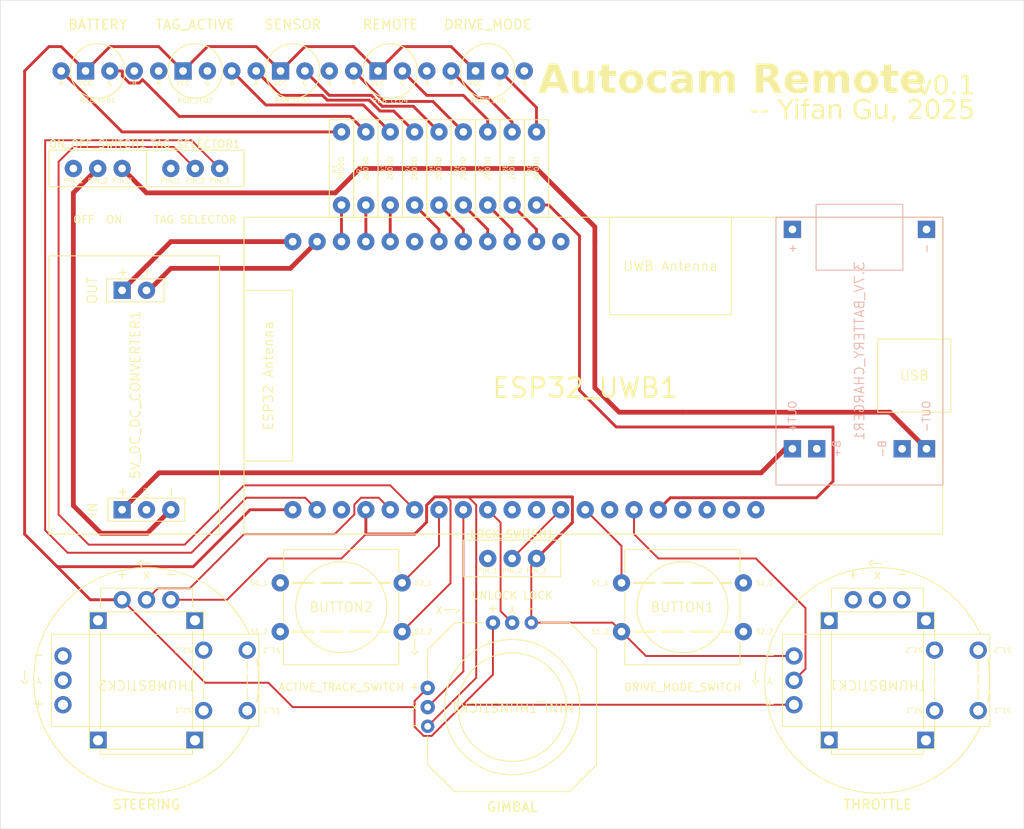
<source format=kicad_pcb>
(kicad_pcb (version 20241229) (generator "pcbnew") (generator_version "9.0")
  (title_block (title "Autocam Remote") (date "2025-03-04") (rev "v0.1"))
  (layers (0 "F.Cu" signal) (2 "B.Cu" signal) (13 "F.Paste" user) (15 "B.Paste" user) (5 "F.SilkS" user "F.Silkscreen") (7 "B.SilkS" user "B.Silkscreen") (1 "F.Mask" user) (3 "B.Mask" user) (25 "Edge.Cuts" user))
  (net 0 "")
  (net 3 "Net-(3.7V_BATTERY_CHARGER1-OUT+)")
  (net 6 "Net-(3.7V_BATTERY_CHARGER1-OUT-)")
  (net 7 "Net-(5V_DC_DC_CONVERTER1-OUT_-)")
  (net 8 "Net-(5V_DC_DC_CONVERTER1-OUT_+)")
  (net 9 "Net-(5V_DC_DC_CONVERTER1-IN_-)")
  (net 12 "Net-(BUTTON1-S1_2)")
  (net 14 "Net-(ESP32_UWB1-IO3)")
  (net 18 "Net-(ESP32_UWB1-3V3)")
  (net 23 "Net-(ESP32_UWB1-IO15)")
  (net 26 "Net-(ESP32_UWB1-IO1)")
  (net 43 "Net-(RGB_LED1-R)")
  (net 44 "Net-(RGB_LED1-G)")
  (net 48 "Net-(ESP32_UWB1-IO0)")
  (net 49 "Net-(ESP32_UWB1-IO5)")
  (net 50 "Net-(RGB_LED2-B)")
  (net 51 "Net-(ESP32_UWB1-IO17)")
  (net 52 "Net-(ESP32_UWB1-IO21)")
  (net 53 "Net-(ESP32_UWB1-IO16)")
  (net 54 "Net-(ESP32_UWB1-IO22)")
  (net 55 "Net-(RGB_LED3-R)")
  (net 56 "Net-(RGB_LED3-G)")
  (net 58 "Net-(ESP32_UWB1-IO12)")
  (net 59 "Net-(ESP32_UWB1-GND-Pad2)")
  (net 60 "Net-(BUTTON2-S2_1)")
  (net 61 "Net-(ESP32_UWB1-IO25)")
  (net 66 "Net-(BUTTON1-S1_1)")
  (net 67 "Net-(ESP32_UWB1-IO14)")
  (net 68 "Net-(ESP32_UWB1-IO32)")
  (net 69 "Net-(ESP32_UWB1-IO33)")
  (net 70 "Net-(ESP32_UWB1-IO2)")
  (net 71 "Net-(RGB_LED5-R)")
  (net 72 "Net-(RGB_LED5-G)")
  (net 74 "Net-(RGB_LED4-R)")
  (net 75 "Net-(RGB_LED4-G)")
  (footprint "Autocam:Mini 2-Axis Analog Thumbstick" (layer "F.Cu") (at 147.32 134.62 180)
    (property "Reference" "MINI_THUNSTICK1")
    (property "Value" "GIMBAL")
  )
  (footprint "Autocam:Anode RGB LED (Round)" (layer "F.Cu") (at 134.62 68.331058)
    (property "Reference" "RGB_LED4")
    (property "Value" "REMOTE")
  )
  (footprint "Autocam:Simple Resistor" (layer "F.Cu") (at 132.08 82.301058 90)
    (property "Reference" "R2")
    (property "Value" "2000Ω")
  )
  (footprint "Autocam:X-Box Style Thumbstick" (layer "F.Cu") (at 185.39 131.831058 180)
    (property "Reference" "THUMBSTICK1")
    (property "Value" "THROTTLE")
  )
  (footprint "Autocam:Simple Resistor" (layer "F.Cu") (at 137.16 82.301058 90)
    (property "Reference" "R4")
    (property "Value" "2000Ω")
  )
  (footprint "Autocam:Makersfab ESP32 UWB" (layer "F.Cu") (at 119.38 83.571058)
    (property "Reference" "ESP32_UWB1")
    (property "Value" "~" (hide yes))
  )
  (footprint "Autocam:3-PIN Switch" (layer "F.Cu") (at 101.6 78.491058)
    (property "Reference" "ON_OFF_SWITCH1")
    (property "Value" "OFF  ON")
  )
  (footprint "Autocam:Simple Resistor" (layer "F.Cu") (at 142.24 82.301058 90)
    (property "Reference" "R6")
    (property "Value" "2000Ω")
  )
  (footprint "Autocam:Tactile Switch Button (Square)" (layer "F.Cu") (at 129.51 124.211058)
    (property "Reference" "BUTTON2")
    (property "Value" "ACTIVE_TRACK_SWITCH")
  )
  (footprint "Autocam:Anode RGB LED (Round)" (layer "F.Cu") (at 104.14 68.331058)
    (property "Reference" "RGB_LED1")
    (property "Value" "BATTERY")
  )
  (footprint "Autocam:Simple Resistor" (layer "F.Cu") (at 129.54 82.301058 90)
    (property "Reference" "R1")
    (property "Value" "2000Ω")
  )
  (footprint "Autocam:X-Box Style Thumbstick" (layer "F.Cu") (at 109.22 131.831058 180)
    (property "Reference" "THUMBSTICK2")
    (property "Value" "STEERING")
  )
  (footprint "Autocam:5V DC-DC Step Up Converter (Rectangle)" (layer "F.Cu") (at 99.06 116.591058 90)
    (property "Reference" "5V_DC_DC_CONVERTER1")
    (property "Value" "~")
  )
  (footprint "Autocam:Tactile Switch Button (Square)" (layer "F.Cu") (at 165.07 124.211058)
    (property "Reference" "BUTTON1")
    (property "Value" "DRIVE_MODE_SWITCH")
  )
  (footprint "Autocam:Anode RGB LED (Round)" (layer "F.Cu") (at 114.3 68.331058)
    (property "Reference" "RGB_LED2")
    (property "Value" "TAG_ACTIVE")
  )
  (footprint "Autocam:Simple Resistor" (layer "F.Cu") (at 147.32 82.301058 90)
    (property "Reference" "R8")
    (property "Value" "2000Ω")
  )
  (footprint "Autocam:Simple Resistor" (layer "F.Cu") (at 144.78 82.301058 90)
    (property "Reference" "R7")
    (property "Value" "2000Ω")
  )
  (footprint "Autocam:Simple Resistor" (layer "F.Cu") (at 149.86 82.301058 90)
    (property "Reference" "R9")
    (property "Value" "2000Ω")
  )
  (footprint "Autocam:Anode RGB LED (Round)" (layer "F.Cu") (at 124.46 68.331058)
    (property "Reference" "RGB_LED3")
    (property "Value" "SENSOR")
  )
  (footprint "Autocam:3-PIN Switch" (layer "F.Cu") (at 144.78 119.131058)
    (property "Reference" "LOCK_SWITCH1")
    (property "Value" "UNLOCK LOCK")
  )
  (footprint "Autocam:Simple Resistor" (layer "F.Cu") (at 134.62 82.301058 90)
    (property "Reference" "R3")
    (property "Value" "2000Ω")
  )
  (footprint "Autocam:3-PIN Switch" (layer "F.Cu") (at 111.76 78.491058)
    (property "Reference" "TAG_SELECTOR1")
    (property "Value" "TAG SELECTOR")
  )
  (footprint "Autocam:Simple Resistor" (layer "F.Cu") (at 139.7 82.301058 90)
    (property "Reference" "R5")
    (property "Value" "2000Ω")
  )
  (footprint "Autocam:Anode RGB LED (Round)" (layer "F.Cu") (at 144.78 68.331058)
    (property "Reference" "RGB_LED5")
    (property "Value" "DRIVE_MODE")
  )
  (footprint "Autocam:USB-C 3.7V Lithium Battery Charger" (layer "B.Cu") (at 192.215 83.571058 -90)
    (property "Reference" "3.7V_BATTERY_CHARGER1")
    (property "Value" "~")
  )
  (gr_rect (start 93.98 60.96) (end 200.66 147.32) (stroke (width 0.05)) (fill no) (layer "Edge.Cuts"))
  (gr_text "v0.1" (at 195.58 71.12 0) (layer "F.SilkS") (effects (font (size 2 2)) (justify right bottom)))
  (gr_text "-- Yifan Gu, 2025" (at 195.58 73.66 0) (layer "F.SilkS") (effects (font (size 2 2)) (justify right bottom)))
  (gr_text "Autocam Remote" (at 190.5 71.12 0) (layer "F.SilkS") (effects (font (size 3 3) (thickness 0.6) (bold yes) (italic yes)) (justify right bottom)))
  (segment (start 110.531058 110.2) (end 106.68 114.051058) (width 0.5) (layer "F.Cu") (net 3))
  (segment (start 176.53 107.701058) (end 175.769942 107.701058) (width 0.5) (layer "F.Cu") (net 3))
  (segment (start 173.271 110.2) (end 110.531058 110.2) (width 0.5) (layer "F.Cu") (net 3))
  (segment (start 175.769942 107.701058) (end 173.271 110.2) (width 0.5) (layer "F.Cu") (net 3))
  (segment (start 158.48 103.891058) (end 155.94 101.351058) (width 0.5) (layer "F.Cu") (net 6))
  (segment (start 165.1 103.891058) (end 158.48 103.891058) (width 0.5) (layer "F.Cu") (net 6))
  (segment (start 109.22 81.031058) (end 128.899397 81.031058) (width 0.5) (layer "F.Cu") (net 6))
  (segment (start 131.439397 78.491058) (end 149.86 78.491058) (width 0.5) (layer "F.Cu") (net 6))
  (segment (start 155.94 101.351058) (end 155.94 86.111058) (width 0.5) (layer "F.Cu") (net 6))
  (segment (start 186.69 103.891058) (end 165.1 103.891058) (width 0.5) (layer "F.Cu") (net 6))
  (segment (start 149.86 78.491058) (end 155.94 84.571058) (width 0.5) (layer "F.Cu") (net 6))
  (segment (start 190.5 107.701058) (end 186.69 103.891058) (width 0.5) (layer "F.Cu") (net 6))
  (segment (start 155.94 84.571058) (end 155.94 86.111058) (width 0.5) (layer "F.Cu") (net 6))
  (segment (start 128.899397 81.031058) (end 131.439397 78.491058) (width 0.5) (layer "F.Cu") (net 6))
  (segment (start 106.68 78.491058) (end 109.22 81.031058) (width 0.5) (layer "F.Cu") (net 6))
  (segment (start 124.211058 88.9) (end 127 86.111058) (width 0.5) (layer "F.Cu") (net 7))
  (segment (start 109.468942 91.191058) (end 111.76 88.9) (width 0.5) (layer "F.Cu") (net 7))
  (segment (start 109.22 91.191058) (end 109.468942 91.191058) (width 0.5) (layer "F.Cu") (net 7))
  (segment (start 111.76 88.9) (end 124.211058 88.9) (width 0.5) (layer "F.Cu") (net 7))
  (segment (start 111.76 86.111058) (end 124.46 86.111058) (width 0.5) (layer "F.Cu") (net 8))
  (segment (start 106.68 91.191058) (end 111.76 86.111058) (width 0.5) (layer "F.Cu") (net 8))
  (segment (start 104.48 116.5) (end 101.6 113.62) (width 0.5) (layer "F.Cu") (net 9))
  (segment (start 101.6 81.031058) (end 104.14 78.491058) (width 0.5) (layer "F.Cu") (net 9))
  (segment (start 111.76 114.051058) (end 109.311058 116.5) (width 0.5) (layer "F.Cu") (net 9))
  (segment (start 101.6 113.62) (end 101.6 81.031058) (width 0.5) (layer "F.Cu") (net 9))
  (segment (start 109.311058 116.5) (end 104.48 116.5) (width 0.5) (layer "F.Cu") (net 9))
  (segment (start 157.788942 125.82) (end 158.72 126.751058) (width 0.2) (layer "F.Cu") (net 12))
  (segment (start 149.32 125.82) (end 149.32 119.671058) (width 0.2) (layer "F.Cu") (net 12))
  (segment (start 117.62 123.431058) (end 121.92 119.131058) (width 0.2) (layer "F.Cu") (net 12))
  (segment (start 142.24 112.712058) (end 139.7 112.712058) (width 0.3) (layer "F.Cu") (net 12))
  (segment (start 135.86 126.751058) (end 140.901 121.710058) (width 0.2) (layer "F.Cu") (net 12))
  (segment (start 140.514058 112.712058) (end 139.7 112.712058) (width 0.2) (layer "F.Cu") (net 12))
  (segment (start 137.16 116.591058) (end 132.08 116.591058) (width 0.3) (layer "F.Cu") (net 12))
  (segment (start 129.54 119.131058) (end 132.08 116.591058) (width 0.2) (layer "F.Cu") (net 12))
  (segment (start 149.32 119.671058) (end 149.86 119.131058) (width 0.2) (layer "F.Cu") (net 12))
  (segment (start 138.411 113.570876) (end 138.411 115.340058) (width 0.3) (layer "F.Cu") (net 12))
  (segment (start 140.901 121.710058) (end 140.901 113.099) (width 0.2) (layer "F.Cu") (net 12))
  (segment (start 121.92 119.131058) (end 129.54 119.131058) (width 0.2) (layer "F.Cu") (net 12))
  (segment (start 153.601 112.712058) (end 142.24 112.712058) (width 0.3) (layer "F.Cu") (net 12))
  (segment (start 143.579 113.553587) (end 142.737471 112.712058) (width 0.2) (layer "F.Cu") (net 12))
  (segment (start 142.737471 112.712058) (end 142.24 112.712058) (width 0.2) (layer "F.Cu") (net 12))
  (segment (start 138.52 136.62) (end 143.579 131.561) (width 0.2) (layer "F.Cu") (net 12))
  (segment (start 149.86 119.131058) (end 153.601 115.390058) (width 0.3) (layer "F.Cu") (net 12))
  (segment (start 143.579 131.561) (end 143.579 113.553587) (width 0.2) (layer "F.Cu") (net 12))
  (segment (start 139.269818 112.712058) (end 138.411 113.570876) (width 0.3) (layer "F.Cu") (net 12))
  (segment (start 139.7 112.712058) (end 139.269818 112.712058) (width 0.3) (layer "F.Cu") (net 12))
  (segment (start 161.26 129.291058) (end 158.72 126.751058) (width 0.2) (layer "F.Cu") (net 12))
  (segment (start 132.08 116.591058) (end 132.08 114.051058) (width 0.3) (layer "F.Cu") (net 12))
  (segment (start 140.901 113.099) (end 140.514058 112.712058) (width 0.2) (layer "F.Cu") (net 12))
  (segment (start 138.411 115.340058) (end 137.16 116.591058) (width 0.3) (layer "F.Cu") (net 12))
  (segment (start 153.601 115.390058) (end 153.601 112.712058) (width 0.3) (layer "F.Cu") (net 12))
  (segment (start 111.76 123.431058) (end 117.62 123.431058) (width 0.2) (layer "F.Cu") (net 12))
  (segment (start 149.32 125.82) (end 157.788942 125.82) (width 0.2) (layer "F.Cu") (net 12))
  (segment (start 176.69 129.291058) (end 161.26 129.291058) (width 0.2) (layer "F.Cu") (net 12))
  (segment (start 129.54 82.301058) (end 129.54 86.111058) (width 0.3) (layer "F.Cu") (net 14))
  (segment (start 138.52 132.62) (end 137.16 133.98) (width 0.2) (layer "F.Cu") (net 18))
  (segment (start 113.03 68.331058) (end 110.49 65.791058) (width 0.3) (layer "F.Cu") (net 18))
  (segment (start 137.16 133.98) (end 137.16 134.62) (width 0.2) (layer "F.Cu") (net 18))
  (segment (start 138.105372 137.621) (end 137.16 136.675628) (width 0.2) (layer "F.Cu") (net 18))
  (segment (start 106.68 123.431058) (end 103.36 123.431058) (width 0.3) (layer "F.Cu") (net 18))
  (segment (start 114.08581 119.983058) (end 99.912 119.983058) (width 0.3) (layer "F.Cu") (net 18))
  (segment (start 125.73 65.791058) (end 123.19 68.331058) (width 0.3) (layer "F.Cu") (net 18))
  (segment (start 130.81 65.791058) (end 125.73 65.791058) (width 0.3) (layer "F.Cu") (net 18))
  (segment (start 124.46 134.62) (end 121.92 132.08) (width 0.2) (layer "F.Cu") (net 18))
  (segment (start 100.33 65.791058) (end 99.06 65.791058) (width 0.3) (layer "F.Cu") (net 18))
  (segment (start 99.912 119.983058) (end 97.79 117.861058) (width 0.3) (layer "F.Cu") (net 18))
  (segment (start 115.57 65.791058) (end 113.03 68.331058) (width 0.3) (layer "F.Cu") (net 18))
  (segment (start 176.69 134.371058) (end 142.18457 134.371058) (width 0.2) (layer "F.Cu") (net 18))
  (segment (start 133.35 68.331058) (end 130.81 65.791058) (width 0.3) (layer "F.Cu") (net 18))
  (segment (start 99.06 65.791058) (end 96.52 68.331058) (width 0.3) (layer "F.Cu") (net 18))
  (segment (start 110.49 65.791058) (end 105.41 65.791058) (width 0.3) (layer "F.Cu") (net 18))
  (segment (start 143.51 68.331058) (end 140.97 65.791058) (width 0.3) (layer "F.Cu") (net 18))
  (segment (start 138.934628 137.621) (end 138.105372 137.621) (width 0.2) (layer "F.Cu") (net 18))
  (segment (start 142.18457 134.371058) (end 142.087814 134.467814) (width 0.2) (layer "F.Cu") (net 18))
  (segment (start 115.328942 132.08) (end 106.68 123.431058) (width 0.2) (layer "F.Cu") (net 18))
  (segment (start 135.89 65.791058) (end 133.35 68.331058) (width 0.3) (layer "F.Cu") (net 18))
  (segment (start 96.52 116.591058) (end 97.79 117.861058) (width 0.3) (layer "F.Cu") (net 18))
  (segment (start 124.46 114.051058) (end 120.01781 114.051058) (width 0.3) (layer "F.Cu") (net 18))
  (segment (start 145.32 131.235628) (end 138.934628 137.621) (width 0.2) (layer "F.Cu") (net 18))
  (segment (start 137.16 136.675628) (end 137.16 134.62) (width 0.2) (layer "F.Cu") (net 18))
  (segment (start 123.19 68.331058) (end 120.65 65.791058) (width 0.3) (layer "F.Cu") (net 18))
  (segment (start 120.01781 114.051058) (end 114.08581 119.983058) (width 0.3) (layer "F.Cu") (net 18))
  (segment (start 120.65 65.791058) (end 115.57 65.791058) (width 0.3) (layer "F.Cu") (net 18))
  (segment (start 96.52 68.331058) (end 96.52 116.591058) (width 0.3) (layer "F.Cu") (net 18))
  (segment (start 105.41 65.791058) (end 102.87 68.331058) (width 0.3) (layer "F.Cu") (net 18))
  (segment (start 137.16 134.62) (end 124.46 134.62) (width 0.2) (layer "F.Cu") (net 18))
  (segment (start 103.36 123.431058) (end 99.912 119.983058) (width 0.3) (layer "F.Cu") (net 18))
  (segment (start 121.92 132.08) (end 115.328942 132.08) (width 0.2) (layer "F.Cu") (net 18))
  (segment (start 102.87 68.331058) (end 100.33 65.791058) (width 0.3) (layer "F.Cu") (net 18))
  (segment (start 145.32 131.235628) (end 145.32 125.82) (width 0.2) (layer "F.Cu") (net 18))
  (segment (start 140.97 65.791058) (end 135.89 65.791058) (width 0.3) (layer "F.Cu") (net 18))
  (segment (start 147.32 125.82) (end 146.119 124.619) (width 0.2) (layer "F.Cu") (net 23))
  (segment (start 146.119 124.619) (end 146.119 115.390058) (width 0.2) (layer "F.Cu") (net 23))
  (segment (start 146.119 115.390058) (end 144.78 114.051058) (width 0.2) (layer "F.Cu") (net 23))
  (segment (start 132.08 82.301058) (end 132.08 86.111058) (width 0.3) (layer "F.Cu") (net 26))
  (segment (start 100.33 68.331058) (end 106.68 74.681058) (width 0.3) (layer "F.Cu") (net 43))
  (segment (start 106.68 74.681058) (end 129.54 74.681058) (width 0.3) (layer "F.Cu") (net 43))
  (segment (start 112.640254 73.06661) (end 130.465552 73.06661) (width 0.3) (layer "F.Cu") (net 44))
  (segment (start 106.699 68.331058) (end 106.699 68.84924) (width 0.3) (layer "F.Cu") (net 44))
  (segment (start 108.811942 69.238298) (end 112.640254 73.06661) (width 0.3) (layer "F.Cu") (net 44))
  (segment (start 108.468182 69.582058) (end 108.811942 69.238298) (width 0.3) (layer "F.Cu") (net 44))
  (segment (start 105.41 68.331058) (end 106.699 68.331058) (width 0.3) (layer "F.Cu") (net 44))
  (segment (start 107.431818 69.582058) (end 108.468182 69.582058) (width 0.3) (layer "F.Cu") (net 44))
  (segment (start 130.465552 73.06661) (end 132.08 74.681058) (width 0.3) (layer "F.Cu") (net 44))
  (segment (start 106.699 68.84924) (end 107.431818 69.582058) (width 0.3) (layer "F.Cu") (net 44))
  (segment (start 134.62 82.301058) (end 134.62 86.111058) (width 0.3) (layer "F.Cu") (net 48))
  (segment (start 139.7 84.841058) (end 139.7 86.111058) (width 0.3) (layer "F.Cu") (net 49))
  (segment (start 137.16 82.301058) (end 139.7 84.841058) (width 0.3) (layer "F.Cu") (net 49))
  (segment (start 131.812 71.873058) (end 121.652 71.873058) (width 0.3) (layer "F.Cu") (net 50))
  (segment (start 134.62 74.681058) (end 131.812 71.873058) (width 0.3) (layer "F.Cu") (net 50))
  (segment (start 121.652 71.873058) (end 118.11 68.331058) (width 0.3) (layer "F.Cu") (net 50))
  (segment (start 144.78 84.841058) (end 144.78 86.111058) (width 0.3) (layer "F.Cu") (net 51))
  (segment (start 142.24 82.301058) (end 144.78 84.841058) (width 0.3) (layer "F.Cu") (net 51))
  (segment (start 144.78 82.301058) (end 147.32 84.841058) (width 0.3) (layer "F.Cu") (net 52))
  (segment (start 147.32 84.841058) (end 147.32 86.111058) (width 0.3) (layer "F.Cu") (net 52))
  (segment (start 139.7 82.301058) (end 142.24 84.841058) (width 0.3) (layer "F.Cu") (net 53))
  (segment (start 142.24 84.841058) (end 142.24 86.111058) (width 0.3) (layer "F.Cu") (net 53))
  (segment (start 149.86 84.841058) (end 149.86 86.111058) (width 0.3) (layer "F.Cu") (net 54))
  (segment (start 147.32 82.301058) (end 149.86 84.841058) (width 0.3) (layer "F.Cu") (net 54))
  (segment (start 132.983 71.921099) (end 133.12974 72.067839) (width 0.3) (layer "F.Cu") (net 55))
  (segment (start 127.56148 70.871058) (end 127.769 71.078579) (width 0.3) (layer "F.Cu") (net 55))
  (segment (start 127.769 71.078579) (end 128.062479 71.372058) (width 0.3) (layer "F.Cu") (net 55))
  (segment (start 133.984999 72.508058) (end 133.985001 72.508059) (width 0.3) (layer "F.Cu") (net 55))
  (segment (start 132.983 71.921099) (end 132.983 71.9211) (width 0.3) (layer "F.Cu") (net 55))
  (segment (start 128.062479 71.372058) (end 128.06248 71.372058) (width 0.3) (layer "F.Cu") (net 55))
  (segment (start 133.985001 72.508059) (end 133.985002 72.508058) (width 0.3) (layer "F.Cu") (net 55))
  (segment (start 123.19 70.871058) (end 127.56148 70.871058) (width 0.3) (layer "F.Cu") (net 55))
  (segment (start 132.983 71.921098) (end 132.983 71.921099) (width 0.3) (layer "F.Cu") (net 55))
  (segment (start 133.985002 72.508058) (end 134.400041 72.508058) (width 0.3) (layer "F.Cu") (net 55))
  (segment (start 132.43396 71.372058) (end 132.983 71.921098) (width 0.3) (layer "F.Cu") (net 55))
  (segment (start 128.06248 71.372058) (end 128.47752 71.372058) (width 0.3) (layer "F.Cu") (net 55))
  (segment (start 134.987 72.508058) (end 137.16 74.681058) (width 0.3) (layer "F.Cu") (net 55))
  (segment (start 133.569957 72.508059) (end 133.569959 72.508058) (width 0.3) (layer "F.Cu") (net 55))
  (segment (start 134.400041 72.508058) (end 134.987 72.508058) (width 0.3) (layer "F.Cu") (net 55))
  (segment (start 133.12974 72.067839) (end 133.276479 72.214579) (width 0.3) (layer "F.Cu") (net 55))
  (segment (start 133.276479 72.214579) (end 133.569957 72.508059) (width 0.3) (layer "F.Cu") (net 55))
  (segment (start 128.47752 71.372058) (end 132.43396 71.372058) (width 0.3) (layer "F.Cu") (net 55))
  (segment (start 120.65 68.331058) (end 123.19 70.871058) (width 0.3) (layer "F.Cu") (net 55))
  (segment (start 133.569959 72.508058) (end 133.984999 72.508058) (width 0.3) (layer "F.Cu") (net 55))
  (segment (start 127.769 71.078579) (end 127.769 71.078578) (width 0.3) (layer "F.Cu") (net 55))
  (segment (start 128.27 70.871058) (end 132.64148 70.871058) (width 0.3) (layer "F.Cu") (net 56))
  (segment (start 133.77748 72.007058) (end 134.19252 72.007058) (width 0.3) (layer "F.Cu") (net 56))
  (segment (start 133.484 71.713579) (end 133.777479 72.007058) (width 0.3) (layer "F.Cu") (net 56))
  (segment (start 125.73 68.331058) (end 128.27 70.871058) (width 0.3) (layer "F.Cu") (net 56))
  (segment (start 134.19252 72.007058) (end 137.026 72.007058) (width 0.3) (layer "F.Cu") (net 56))
  (segment (start 133.484 71.713578) (end 133.484 71.713579) (width 0.3) (layer "F.Cu") (net 56))
  (segment (start 133.777479 72.007058) (end 133.77748 72.007058) (width 0.3) (layer "F.Cu") (net 56))
  (segment (start 132.64148 70.871058) (end 133.484 71.713578) (width 0.3) (layer "F.Cu") (net 56))
  (segment (start 137.026 72.007058) (end 139.7 74.681058) (width 0.3) (layer "F.Cu") (net 56))
  (segment (start 103.201 117.692058) (end 100.06 114.551058) (width 0.2) (layer "F.Cu") (net 58))
  (segment (start 119.38 111.511058) (end 134.62 111.511058) (width 0.2) (layer "F.Cu") (net 58))
  (segment (start 114.3 78.491058) (end 112.060702 76.25176) (width 0.2) (layer "F.Cu") (net 58))
  (segment (start 112.060702 76.25176) (end 101.6 76.25176) (width 0.2) (layer "F.Cu") (net 58))
  (segment (start 134.62 111.511058) (end 137.16 114.051058) (width 0.2) (layer "F.Cu") (net 58))
  (segment (start 101.6 76.25176) (end 100.06 77.79176) (width 0.2) (layer "F.Cu") (net 58))
  (segment (start 100.06 77.79176) (end 100.06 114.551058) (width 0.2) (layer "F.Cu") (net 58))
  (segment (start 119.38 111.511058) (end 113.199 117.692058) (width 0.2) (layer "F.Cu") (net 58))
  (segment (start 113.199 117.692058) (end 103.201 117.692058) (width 0.2) (layer "F.Cu") (net 58))
  (segment (start 98.659 116.190058) (end 101.001 118.532058) (width 0.2) (layer "F.Cu") (net 59))
  (segment (start 125.749 112.800058) (end 127 114.051058) (width 0.2) (layer "F.Cu") (net 59))
  (segment (start 101.001 118.532058) (end 113.899 118.532058) (width 0.2) (layer "F.Cu") (net 59))
  (segment (start 98.659 75.550058) (end 98.659 116.190058) (width 0.2) (layer "F.Cu") (net 59))
  (segment (start 113.899 118.532058) (end 119.631 112.800058) (width 0.2) (layer "F.Cu") (net 59))
  (segment (start 113.899 75.550058) (end 98.659 75.550058) (width 0.2) (layer "F.Cu") (net 59))
  (segment (start 119.631 112.800058) (end 125.749 112.800058) (width 0.2) (layer "F.Cu") (net 59))
  (segment (start 116.84 78.491058) (end 113.899 75.550058) (width 0.2) (layer "F.Cu") (net 59))
  (segment (start 135.86 121.671058) (end 139.7 117.831058) (width 0.2) (layer "F.Cu") (net 60))
  (segment (start 139.7 117.831058) (end 139.7 114.051058) (width 0.2) (layer "F.Cu") (net 60))
  (segment (start 147.32 119.131058) (end 152.4 114.051058) (width 0.2) (layer "F.Cu") (net 61))
  (segment (start 158.72 117.831058) (end 154.94 114.051058) (width 0.2) (layer "F.Cu") (net 66))
  (segment (start 158.72 121.671058) (end 158.72 117.831058) (width 0.2) (layer "F.Cu") (net 66))
  (segment (start 142.24 130.9) (end 142.24 114.051058) (width 0.2) (layer "F.Cu") (net 67))
  (segment (start 138.52 134.62) (end 142.24 130.9) (width 0.2) (layer "F.Cu") (net 67))
  (segment (start 141.894316 114.396742) (end 142.24 114.051058) (width 0.2) (layer "F.Cu") (net 67))
  (segment (start 172.72 119.131058) (end 162.56 119.131058) (width 0.2) (layer "F.Cu") (net 68))
  (segment (start 160.02 116.591058) (end 160.02 114.051058) (width 0.2) (layer "F.Cu") (net 68))
  (segment (start 162.56 119.131058) (end 160.02 116.591058) (width 0.2) (layer "F.Cu") (net 68))
  (segment (start 177.891 130.630058) (end 177.891 124.302058) (width 0.2) (layer "F.Cu") (net 68))
  (segment (start 177.891 124.302058) (end 172.72 119.131058) (width 0.2) (layer "F.Cu") (net 68))
  (segment (start 176.69 131.831058) (end 177.891 130.630058) (width 0.2) (layer "F.Cu") (net 68))
  (segment (start 163.811 112.800058) (end 162.56 114.051058) (width 0.3) (layer "F.Cu") (net 69))
  (segment (start 180.760565 105.431058) (end 180.760565 111.090493) (width 0.3) (layer "F.Cu") (net 69))
  (segment (start 154.339 101.6) (end 154.339 85.507266) (width 0.3) (layer "F.Cu") (net 69))
  (segment (start 180.760565 111.090493) (end 179.051 112.800058) (width 0.3) (layer "F.Cu") (net 69))
  (segment (start 179.051 112.800058) (end 163.811 112.800058) (width 0.3) (layer "F.Cu") (net 69))
  (segment (start 151.132792 82.301058) (end 149.86 82.301058) (width 0.3) (layer "F.Cu") (net 69))
  (segment (start 154.339 101.6) (end 158.170058 105.431058) (width 0.3) (layer "F.Cu") (net 69))
  (segment (start 158.170058 105.431058) (end 180.760565 105.431058) (width 0.3) (layer "F.Cu") (net 69))
  (segment (start 154.339 85.507266) (end 151.132792 82.301058) (width 0.3) (layer "F.Cu") (net 69))
  (segment (start 134.62 114.001058) (end 133.419 112.800058) (width 0.2) (layer "F.Cu") (net 70))
  (segment (start 134.62 114.051058) (end 134.62 114.001058) (width 0.2) (layer "F.Cu") (net 70))
  (segment (start 128.836471 116.591058) (end 130.879 114.548529) (width 0.2) (layer "F.Cu") (net 70))
  (segment (start 119.38 116.591058) (end 128.836471 116.591058) (width 0.2) (layer "F.Cu") (net 70))
  (segment (start 130.879 114.548529) (end 130.879 113.503587) (width 0.2) (layer "F.Cu") (net 70))
  (segment (start 130.879 113.503587) (end 131.582529 112.800058) (width 0.2) (layer "F.Cu") (net 70))
  (segment (start 131.582529 112.800058) (end 133.419 112.800058) (width 0.2) (layer "F.Cu") (net 70))
  (segment (start 109.22 123.431058) (end 110.421 122.230058) (width 0.2) (layer "F.Cu") (net 70))
  (segment (start 113.741 122.230058) (end 119.38 116.591058) (width 0.2) (layer "F.Cu") (net 70))
  (segment (start 110.421 122.230058) (end 113.741 122.230058) (width 0.2) (layer "F.Cu") (net 70))
  (segment (start 144.78 71.12) (end 143.758942 71.12) (width 0.3) (layer "F.Cu") (net 71))
  (segment (start 147.32 73.66) (end 144.78 71.12) (width 0.3) (layer "F.Cu") (net 71))
  (segment (start 143.758942 71.12) (end 140.97 68.331058) (width 0.3) (layer "F.Cu") (net 71))
  (segment (start 147.32 74.681058) (end 147.32 73.66) (width 0.3) (layer "F.Cu") (net 71))
  (segment (start 149.86 72.141058) (end 149.86 74.681058) (width 0.3) (layer "F.Cu") (net 72))
  (segment (start 146.05 68.331058) (end 149.86 72.141058) (width 0.3) (layer "F.Cu") (net 72))
  (segment (start 130.81 68.331058) (end 133.985 71.506058) (width 0.3) (layer "F.Cu") (net 74))
  (segment (start 139.065 71.506058) (end 142.24 74.681058) (width 0.3) (layer "F.Cu") (net 74))
  (segment (start 133.985 71.506058) (end 139.065 71.506058) (width 0.3) (layer "F.Cu") (net 74))
  (segment (start 144.78 73.411058) (end 144.78 74.681058) (width 0.3) (layer "F.Cu") (net 75))
  (segment (start 138.43 70.871058) (end 142.24 70.871058) (width 0.3) (layer "F.Cu") (net 75))
  (segment (start 142.24 70.871058) (end 144.78 73.411058) (width 0.3) (layer "F.Cu") (net 75))
  (segment (start 135.89 68.331058) (end 138.43 70.871058) (width 0.3) (layer "F.Cu") (net 75))
)
</source>
